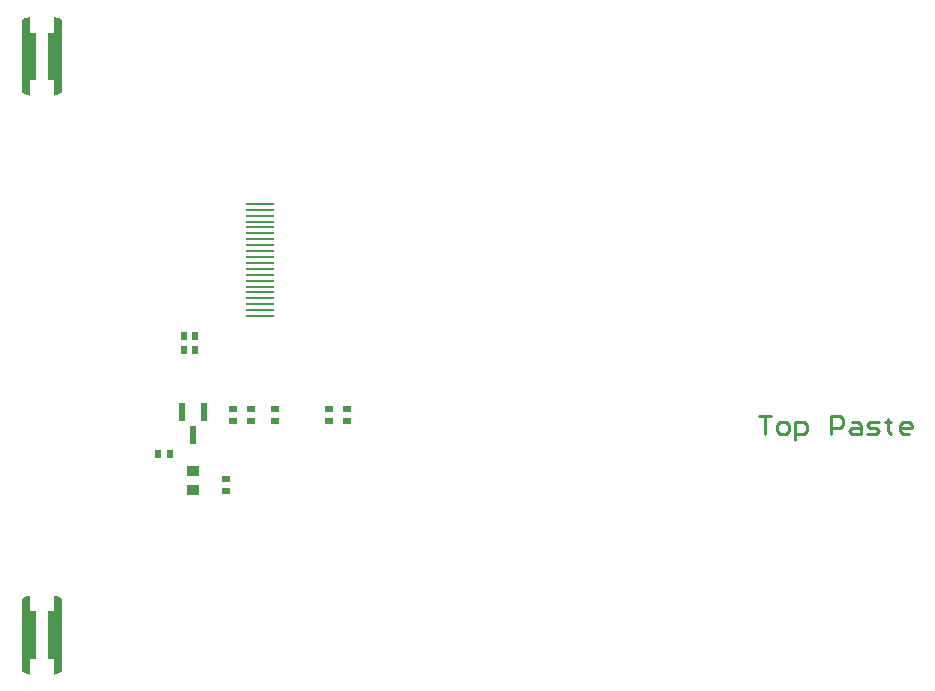
<source format=gtp>
G04 Layer_Color=8421504*
%FSLAX44Y44*%
%MOMM*%
G71*
G01*
G75*
%ADD10R,0.5500X0.6500*%
%ADD11R,0.6500X0.5500*%
%ADD12R,0.6000X1.5000*%
%ADD13R,1.0000X0.9000*%
%ADD14R,2.4000X0.2800*%
%ADD25C,0.2540*%
G36*
X23000Y-166460D02*
Y-180000D01*
X28000D01*
Y-220000D01*
X23000D01*
Y-233538D01*
X23000Y-233538D01*
X22137Y-233281D01*
X20439Y-232679D01*
X18774Y-231990D01*
X17147Y-231217D01*
X16355Y-230788D01*
X16350Y-230788D01*
Y-169210D01*
X16352Y-169213D01*
X16352D01*
X16352D01*
D01*
X17145Y-168784D01*
X18772Y-168010D01*
X20437Y-167320D01*
X22136Y-166717D01*
X23000Y-166459D01*
X23000Y-166460D01*
D02*
G37*
G36*
X43863Y-166719D02*
X45561Y-167321D01*
X47226Y-168010D01*
X48853Y-168783D01*
X49646Y-169212D01*
X49650D01*
Y-230790D01*
X49648Y-230787D01*
Y-230787D01*
X48856Y-231216D01*
X47228Y-231990D01*
X45563Y-232680D01*
X43864Y-233283D01*
X43000Y-233541D01*
X43000Y-233540D01*
Y-220000D01*
X38000D01*
Y-180000D01*
X43000D01*
Y-166462D01*
X43863Y-166719D01*
D02*
G37*
G36*
X23000Y323540D02*
Y310000D01*
X28000D01*
Y270000D01*
X23000D01*
Y256462D01*
X23000Y256462D01*
X22137Y256719D01*
X20439Y257321D01*
X18774Y258010D01*
X17147Y258784D01*
X16355Y259212D01*
X16350Y259212D01*
Y320790D01*
X16352Y320787D01*
X16352D01*
X16352D01*
D01*
X17145Y321216D01*
X18772Y321990D01*
X20437Y322680D01*
X22136Y323283D01*
X23000Y323541D01*
X23000Y323540D01*
D02*
G37*
G36*
X43863Y323281D02*
X45561Y322679D01*
X47226Y321990D01*
X48853Y321217D01*
X49646Y320788D01*
X49650D01*
Y259210D01*
X49648Y259213D01*
Y259213D01*
X48856Y258784D01*
X47228Y258010D01*
X45563Y257320D01*
X43864Y256717D01*
X43000Y256459D01*
X43000Y256460D01*
Y270000D01*
X38000D01*
Y310000D01*
X43000D01*
Y323538D01*
X43863Y323281D01*
D02*
G37*
D10*
X163000Y53000D02*
D03*
X153000D02*
D03*
X153000Y41000D02*
D03*
X163000D02*
D03*
X141000Y-47000D02*
D03*
X131000D02*
D03*
D11*
X230000Y-19000D02*
D03*
Y-9000D02*
D03*
X210000Y-19000D02*
D03*
Y-9000D02*
D03*
X276000Y-19000D02*
D03*
Y-9000D02*
D03*
X195000Y-19000D02*
D03*
Y-9000D02*
D03*
X291000Y-19000D02*
D03*
Y-9000D02*
D03*
X189000Y-78000D02*
D03*
Y-68000D02*
D03*
D12*
X161000Y-30500D02*
D03*
X151500Y-11500D02*
D03*
X170500D02*
D03*
D13*
X161000Y-61000D02*
D03*
Y-77000D02*
D03*
D14*
X217200Y70000D02*
D03*
Y75000D02*
D03*
Y80000D02*
D03*
Y85000D02*
D03*
Y90000D02*
D03*
Y95000D02*
D03*
Y100000D02*
D03*
Y105000D02*
D03*
Y110000D02*
D03*
Y115000D02*
D03*
Y120000D02*
D03*
Y125000D02*
D03*
Y130000D02*
D03*
Y135000D02*
D03*
Y140000D02*
D03*
Y145000D02*
D03*
Y150000D02*
D03*
Y155000D02*
D03*
Y160000D02*
D03*
Y165000D02*
D03*
D25*
X640000Y-14765D02*
X650157D01*
X645078D01*
Y-30000D01*
X657774D02*
X662853D01*
X665392Y-27461D01*
Y-22383D01*
X662853Y-19843D01*
X657774D01*
X655235Y-22383D01*
Y-27461D01*
X657774Y-30000D01*
X670470Y-35078D02*
Y-19843D01*
X678088D01*
X680627Y-22383D01*
Y-27461D01*
X678088Y-30000D01*
X670470D01*
X700940D02*
Y-14765D01*
X708558D01*
X711097Y-17304D01*
Y-22383D01*
X708558Y-24922D01*
X700940D01*
X718715Y-19843D02*
X723793D01*
X726332Y-22383D01*
Y-30000D01*
X718715D01*
X716175Y-27461D01*
X718715Y-24922D01*
X726332D01*
X731410Y-30000D02*
X739028D01*
X741567Y-27461D01*
X739028Y-24922D01*
X733950D01*
X731410Y-22383D01*
X733950Y-19843D01*
X741567D01*
X749185Y-17304D02*
Y-19843D01*
X746646D01*
X751724D01*
X749185D01*
Y-27461D01*
X751724Y-30000D01*
X766959D02*
X761881D01*
X759341Y-27461D01*
Y-22383D01*
X761881Y-19843D01*
X766959D01*
X769498Y-22383D01*
Y-24922D01*
X759341D01*
M02*

</source>
